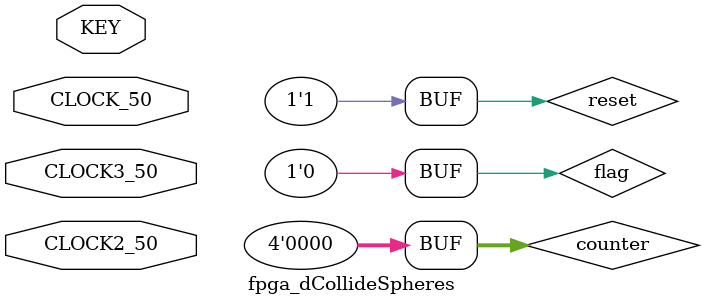
<source format=v>


module fpga_dCollideSpheres(

	//////////// CLOCK //////////
	CLOCK_50,
	CLOCK2_50,
	CLOCK3_50,

	//////////// KEY //////////
	KEY 
);

//=======================================================
//  PARAMETER declarations
//=======================================================


//=======================================================
//  PORT declarations
//=======================================================

//////////// CLOCK //////////
input 		          		CLOCK_50;
input 		          		CLOCK2_50;
input 		          		CLOCK3_50;

//////////// KEY //////////
input 		     [3:0]		KEY;


//=======================================================
//  REG/WIRE declarations
//=======================================================

wire [31:0] x1_reg;
wire [31:0] y1_reg;
wire [31:0] z1_reg;
wire [31:0] r1_reg;
wire [31:0] x2_reg;
wire [31:0] y2_reg;
wire [31:0] z2_reg;
wire [31:0] r2_reg, g1c, g2c;
wire [31:0] outs [8:0];
wire [31:0] check;
wire key0;
wire ret_val, done_flag;
wire rst_data;
reg rst_wire;
reg [3:0] counter = 4'b0;
reg reset = 1'b1;
reg flag = 1'b0;

// jtag signals
assign key0 = ~KEY[0];


//=======================================================
//  Structural coding
//=======================================================

jtag_rxtx jtag0( .in_data(outs[0]),
					 .out_data(x1_reg) );
					 
jtag_rxtx jtag1( .in_data(outs[1]),
					 .out_data(y1_reg) );
					 
jtag_rxtx jtag2( .in_data(outs[2]),
					 .out_data(z1_reg) );
					 
jtag_rxtx jtag3( .in_data(outs[3]),
					 .out_data(r1_reg) );		
					 
jtag_rxtx jtag4( .in_data(outs[4]),
					 .out_data(x2_reg) );
					 
jtag_rxtx jtag5( .in_data(outs[5]),
					 .out_data(y2_reg) );
					 
jtag_rxtx jtag6( .in_data(outs[6]),
					 .out_data(z2_reg) );			
					 
jtag_rxtx_rdy jtag7( .in_data(outs[7]),
					 .out_data(r2_reg),
					 .out_rdy(rst_data));			

dCollideSpheres test0(
	.x1(32'b10111110111111000100011101011110), 
	.y1(32'b00000000000000000000000000000000), 
	.z1(32'b00111111110000000000000000000000), 
	.r1(32'b00111111000000000000000000000000), 
	.x2(32'b00111110111111000100011101011110), 
	.y2(32'b00000000000000000000000000000000), 
	.z2(32'b00111111110000000000000000000000), 
	.r2(32'b00111111000000000000000000000000), 
/*	.x1(x1_reg), 
	.y1(y1_reg), 
	.z1(z1_reg), 
	.r1(r1_reg), 
	.x2(x2_reg), 
	.y2(y2_reg), 
	.z2(z2_reg), 
	.r2(r2_reg), 	*/
	.cx(outs[0]), 
	.cy(outs[1]), 
	.cz(outs[2]), 
	.normalx(outs[3]), 
	.normaly(outs[4]), 
	.normalz(outs[5]), 
	.depth(outs[6]), 
	.g1(32'd1), 
	.g2(32'd1), 
	.ret(outs[7]), 
	.clk(CLOCK_50), 
	.rst(key0), 
	.done(outs[8]),
	.test(check)
);

/*always @(posedge CLOCK_50 or posedge rst_data)
begin
	if(rst_data)
	begin
		flag <= 1'b1;
	end
	case (counter)
	4'd0: 
	begin
		if(flag == 1'b1)
		begin
			counter <= counter + 1;
			reset <= 0;
		end
	end
	4'd1: 
	begin
		counter <= counter + 1;
		reset <= 1;
	end
	4'd2: 
	begin
		counter <= counter + 1;
		reset <= 0;
	end
	4'd3: 
	begin
		counter <= counter + 1;
		reset <= 1;
	end
	4'd4: 
	begin
		counter <= counter + 1;
		reset <= 0;
	end
	4'd5: 
	begin
		counter <= counter + 1;
		reset <= 1;
	end	
endcase
end*/

/*always @(posedge CLOCK_50)
begin
	if(reset == 1'b1 & flag == 1'b0)
	begin
		reset = 1'b0;
		flag = 1'b1;
	end
	else if(reset == 1'b0 & flag == 1'b1)
	begin
		reset = 1'b1;
	end
	else
	begin
		reset = 1'b0;
	end
end*/


endmodule

</source>
